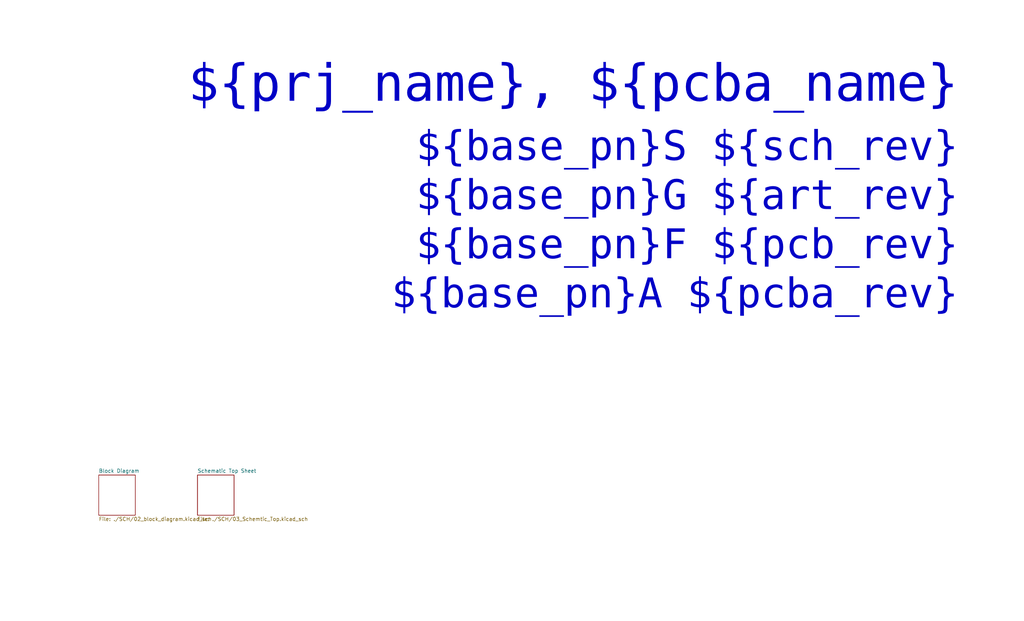
<source format=kicad_sch>
(kicad_sch
	(version 20250114)
	(generator "eeschema")
	(generator_version "9.0")
	(uuid "0a39b631-5a77-4664-a8f2-0dd8d62fbc5e")
	(paper "USLegal")
	(lib_symbols)
	(text "${base_pn}S ${sch_rev}\n${base_pn}G ${art_rev}\n${base_pn}F ${pcb_rev}\n${base_pn}A ${pcba_rev}"
		(exclude_from_sim no)
		(at 332.74 48.26 0)
		(effects
			(font
				(face "Liberation Mono")
				(size 10.16 10.16)
			)
			(justify right top)
		)
		(uuid "4752627c-b1f9-4414-bdd6-8673011ce306")
	)
	(text "${prj_name}, ${pcba_name}"
		(exclude_from_sim no)
		(at 332.74 40.64 0)
		(effects
			(font
				(face "Liberation Mono")
				(size 12.7 12.7)
			)
			(justify right bottom)
		)
		(uuid "4e811801-443b-4981-9be1-05c20995838c")
	)
	(sheet
		(at 34.29 165.1)
		(size 12.7 13.97)
		(exclude_from_sim no)
		(in_bom yes)
		(on_board yes)
		(dnp no)
		(fields_autoplaced yes)
		(stroke
			(width 0.1524)
			(type solid)
		)
		(fill
			(color 0 0 0 0.0000)
		)
		(uuid "cd78bb02-c31d-48d2-81ed-ee29ff8e8341")
		(property "Sheetname" "Block Diagram"
			(at 34.29 164.3884 0)
			(effects
				(font
					(size 1.27 1.27)
				)
				(justify left bottom)
			)
		)
		(property "Sheetfile" "./SCH/02_block_diagram.kicad_sch"
			(at 34.29 179.6546 0)
			(effects
				(font
					(size 1.27 1.27)
				)
				(justify left top)
			)
		)
		(instances
			(project "E1001_KG-VRS_Carrier_PCBA"
				(path "/0a39b631-5a77-4664-a8f2-0dd8d62fbc5e"
					(page "2")
				)
			)
		)
	)
	(sheet
		(at 68.58 165.1)
		(size 12.7 13.97)
		(exclude_from_sim no)
		(in_bom yes)
		(on_board yes)
		(dnp no)
		(fields_autoplaced yes)
		(stroke
			(width 0.1524)
			(type solid)
		)
		(fill
			(color 0 0 0 0.0000)
		)
		(uuid "cec39ed2-99af-4908-8ea2-fcb82f236403")
		(property "Sheetname" "Schematic Top Sheet"
			(at 68.58 164.3884 0)
			(effects
				(font
					(size 1.27 1.27)
				)
				(justify left bottom)
			)
		)
		(property "Sheetfile" "./SCH/03_Schemtic_Top.kicad_sch"
			(at 68.58 179.6546 0)
			(effects
				(font
					(size 1.27 1.27)
				)
				(justify left top)
			)
		)
		(instances
			(project "E1001_KG-VRS_Carrier_PCBA"
				(path "/0a39b631-5a77-4664-a8f2-0dd8d62fbc5e"
					(page "3")
				)
			)
		)
	)
	(sheet_instances
		(path "/"
			(page "1")
		)
	)
	(embedded_fonts no)
)

</source>
